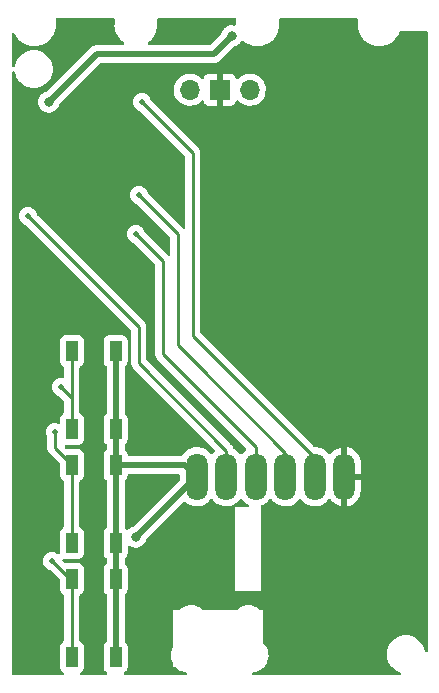
<source format=gbr>
%TF.GenerationSoftware,KiCad,Pcbnew,(6.0.5)*%
%TF.CreationDate,2023-02-05T19:42:52+01:00*%
%TF.ProjectId,PicoMemcard-pico,5069636f-4d65-46d6-9361-72642d706963,1.1.2*%
%TF.SameCoordinates,Original*%
%TF.FileFunction,Copper,L2,Bot*%
%TF.FilePolarity,Positive*%
%FSLAX46Y46*%
G04 Gerber Fmt 4.6, Leading zero omitted, Abs format (unit mm)*
G04 Created by KiCad (PCBNEW (6.0.5)) date 2023-02-05 19:42:52*
%MOMM*%
%LPD*%
G01*
G04 APERTURE LIST*
%TA.AperFunction,ComponentPad*%
%ADD10O,1.700000X1.700000*%
%TD*%
%TA.AperFunction,ComponentPad*%
%ADD11R,1.700000X1.700000*%
%TD*%
%TA.AperFunction,SMDPad,CuDef*%
%ADD12O,1.800000X4.000000*%
%TD*%
%TA.AperFunction,SMDPad,CuDef*%
%ADD13R,1.000000X1.700000*%
%TD*%
%TA.AperFunction,ViaPad*%
%ADD14C,0.500000*%
%TD*%
%TA.AperFunction,ViaPad*%
%ADD15C,0.800000*%
%TD*%
%TA.AperFunction,Conductor*%
%ADD16C,0.500000*%
%TD*%
%TA.AperFunction,Conductor*%
%ADD17C,0.254000*%
%TD*%
G04 APERTURE END LIST*
D10*
%TO.P,U1,41,SWCLK*%
%TO.N,unconnected-(U1-Pad41)*%
X151638000Y-77192000D03*
D11*
%TO.P,U1,42,GND*%
%TO.N,GND*%
X149098000Y-77192000D03*
D10*
%TO.P,U1,43,SWDIO*%
%TO.N,unconnected-(U1-Pad43)*%
X146558000Y-77192000D03*
%TD*%
D12*
%TO.P,J2,1,Pin_1*%
%TO.N,+3V3*%
X147150000Y-109948000D03*
%TO.P,J2,2,Pin_2*%
%TO.N,CS*%
X149650000Y-109948000D03*
%TO.P,J2,3,Pin_3*%
%TO.N,MOSI*%
X152150000Y-109948000D03*
%TO.P,J2,4,Pin_4*%
%TO.N,SCK*%
X154650000Y-109948000D03*
%TO.P,J2,5,Pin_5*%
%TO.N,MISO*%
X157150000Y-109948000D03*
%TO.P,J2,6,Pin_6*%
%TO.N,GND*%
X159650000Y-109948000D03*
%TD*%
D13*
%TO.P,1,1,A*%
%TO.N,+3V3*%
X140280000Y-105916000D03*
%TO.P,1,2,B*%
X140280000Y-99316000D03*
%TO.P,1,3,C*%
%TO.N,GP26*%
X136580000Y-105916000D03*
%TO.P,1,4,D*%
X136580000Y-99316000D03*
%TD*%
%TO.P,2,1,A*%
%TO.N,+3V3*%
X140280000Y-115568000D03*
%TO.P,2,2,B*%
X140280000Y-108968000D03*
%TO.P,2,3,C*%
%TO.N,GP27*%
X136580000Y-115568000D03*
%TO.P,2,4,D*%
X136580000Y-108968000D03*
%TD*%
%TO.P,3,1,A*%
%TO.N,+3V3*%
X140280000Y-125220000D03*
%TO.P,3,2,B*%
X140280000Y-118620000D03*
%TO.P,3,3,C*%
%TO.N,GP28*%
X136580000Y-125220000D03*
%TO.P,3,4,D*%
X136580000Y-118620000D03*
%TD*%
D14*
%TO.N,GND*%
X154940000Y-115570000D03*
X152654000Y-80772000D03*
X152654000Y-89662000D03*
X144780000Y-72898000D03*
X154432000Y-124714000D03*
X162560000Y-100330000D03*
X148082000Y-115316000D03*
X136398000Y-73406000D03*
X162560000Y-115824000D03*
X134366000Y-92710000D03*
X134366000Y-80772000D03*
X135128000Y-85598000D03*
X162814000Y-81026000D03*
X142494000Y-110998000D03*
X133604000Y-110490000D03*
X152654000Y-100076000D03*
X134366000Y-124714000D03*
X142494000Y-123698000D03*
X144526000Y-75692000D03*
X134620000Y-119888000D03*
X144018000Y-104648000D03*
D15*
%TO.N,+5V*%
X134620000Y-78232000D03*
X150114000Y-72644000D03*
%TO.N,+3V3*%
X141986000Y-115062000D03*
D14*
%TO.N,CS*%
X132842000Y-87884000D03*
%TO.N,MOSI*%
X141986000Y-89408000D03*
%TO.N,SCK*%
X142240000Y-86106000D03*
%TO.N,MISO*%
X142494000Y-78232000D03*
%TO.N,GP26*%
X135636000Y-102362000D03*
%TO.N,GP27*%
X135128000Y-106172000D03*
%TO.N,GP28*%
X134874000Y-117094000D03*
%TD*%
D16*
%TO.N,+5V*%
X150114000Y-72644000D02*
X148590000Y-74168000D01*
X148590000Y-74168000D02*
X138684000Y-74168000D01*
X138684000Y-74168000D02*
X134620000Y-78232000D01*
%TO.N,+3V3*%
X147150000Y-109948000D02*
X147100000Y-109948000D01*
X140280000Y-108968000D02*
X140280000Y-115568000D01*
X140280000Y-118620000D02*
X140280000Y-115568000D01*
X140280000Y-99316000D02*
X140280000Y-105916000D01*
X140280000Y-108968000D02*
X140280000Y-105916000D01*
X146170000Y-108968000D02*
X147150000Y-109948000D01*
X140280000Y-108968000D02*
X146170000Y-108968000D01*
X147100000Y-109948000D02*
X141986000Y-115062000D01*
X140280000Y-125220000D02*
X140280000Y-118620000D01*
D17*
%TO.N,CS*%
X142240000Y-97282000D02*
X132842000Y-87884000D01*
X142240000Y-100330000D02*
X142240000Y-97282000D01*
X149650000Y-107740000D02*
X142240000Y-100330000D01*
X149650000Y-109948000D02*
X149650000Y-107740000D01*
%TO.N,MOSI*%
X144272000Y-99568000D02*
X144272000Y-91694000D01*
X152150000Y-109948000D02*
X152150000Y-107446000D01*
X152150000Y-107446000D02*
X144272000Y-99568000D01*
X144272000Y-91694000D02*
X141986000Y-89408000D01*
%TO.N,SCK*%
X145542000Y-89408000D02*
X142240000Y-86106000D01*
X154650000Y-107914000D02*
X147066000Y-100330000D01*
X145542000Y-89662000D02*
X145542000Y-89408000D01*
X154650000Y-109948000D02*
X154650000Y-107914000D01*
X145542000Y-98806000D02*
X145542000Y-89662000D01*
X147066000Y-100330000D02*
X145542000Y-98806000D01*
%TO.N,MISO*%
X146812000Y-82550000D02*
X142494000Y-78232000D01*
X146812000Y-83312000D02*
X146812000Y-82550000D01*
X147066000Y-98298000D02*
X146812000Y-98044000D01*
X157150000Y-108382000D02*
X147066000Y-98298000D01*
X157150000Y-109948000D02*
X157150000Y-108382000D01*
X146812000Y-98044000D02*
X146812000Y-83312000D01*
%TO.N,GP26*%
X136580000Y-105916000D02*
X136580000Y-99316000D01*
X136580000Y-105916000D02*
X136580000Y-103306000D01*
X136580000Y-103306000D02*
X135636000Y-102362000D01*
%TO.N,GP27*%
X136580000Y-115568000D02*
X136580000Y-108968000D01*
X136580000Y-108968000D02*
X135128000Y-107516000D01*
X135128000Y-107516000D02*
X135128000Y-106172000D01*
%TO.N,GP28*%
X136400000Y-118620000D02*
X134874000Y-117094000D01*
X136580000Y-118620000D02*
X136400000Y-118620000D01*
X136580000Y-125220000D02*
X136580000Y-118620000D01*
%TD*%
%TA.AperFunction,Conductor*%
%TO.N,GND*%
G36*
X137543613Y-71103617D02*
G01*
X140065889Y-71104990D01*
X140133996Y-71125028D01*
X140180460Y-71178709D01*
X140191818Y-71230989D01*
X140191818Y-71651255D01*
X140190318Y-71670640D01*
X140186627Y-71694346D01*
X140187448Y-71700622D01*
X140187198Y-71700622D01*
X140205653Y-71958656D01*
X140206609Y-71963050D01*
X140259473Y-72206061D01*
X140260642Y-72211437D01*
X140262209Y-72215639D01*
X140262211Y-72215645D01*
X140290065Y-72290323D01*
X140351046Y-72453819D01*
X140353197Y-72457759D01*
X140353201Y-72457767D01*
X140376673Y-72500752D01*
X140475024Y-72680869D01*
X140630053Y-72887963D01*
X140812977Y-73070887D01*
X140816580Y-73073584D01*
X140816581Y-73073585D01*
X140962250Y-73182632D01*
X141004797Y-73239468D01*
X141009861Y-73310284D01*
X140975836Y-73372596D01*
X140913524Y-73406621D01*
X140886741Y-73409500D01*
X138751070Y-73409500D01*
X138732120Y-73408067D01*
X138717885Y-73405901D01*
X138717881Y-73405901D01*
X138710651Y-73404801D01*
X138703359Y-73405394D01*
X138703356Y-73405394D01*
X138657982Y-73409085D01*
X138647767Y-73409500D01*
X138639707Y-73409500D01*
X138636073Y-73409924D01*
X138636067Y-73409924D01*
X138623042Y-73411443D01*
X138611480Y-73412791D01*
X138607132Y-73413221D01*
X138534364Y-73419140D01*
X138527403Y-73421395D01*
X138521463Y-73422582D01*
X138515588Y-73423971D01*
X138508319Y-73424818D01*
X138439670Y-73449736D01*
X138435542Y-73451153D01*
X138373064Y-73471393D01*
X138373062Y-73471394D01*
X138366101Y-73473649D01*
X138359846Y-73477445D01*
X138354372Y-73479951D01*
X138348942Y-73482670D01*
X138342063Y-73485167D01*
X138335943Y-73489180D01*
X138335942Y-73489180D01*
X138281024Y-73525186D01*
X138277320Y-73527523D01*
X138214893Y-73565405D01*
X138206516Y-73572803D01*
X138206492Y-73572776D01*
X138203500Y-73575429D01*
X138200267Y-73578132D01*
X138194148Y-73582144D01*
X138189116Y-73587456D01*
X138140872Y-73638383D01*
X138138494Y-73640825D01*
X134463669Y-77315650D01*
X134400772Y-77349801D01*
X134344176Y-77361831D01*
X134344167Y-77361834D01*
X134337712Y-77363206D01*
X134331682Y-77365891D01*
X134331681Y-77365891D01*
X134169278Y-77438197D01*
X134169276Y-77438198D01*
X134163248Y-77440882D01*
X134157907Y-77444762D01*
X134157906Y-77444763D01*
X134116373Y-77474939D01*
X134008747Y-77553134D01*
X134004326Y-77558044D01*
X134004325Y-77558045D01*
X133886542Y-77688857D01*
X133880960Y-77695056D01*
X133785473Y-77860444D01*
X133726458Y-78042072D01*
X133725768Y-78048633D01*
X133725768Y-78048635D01*
X133718878Y-78114188D01*
X133706496Y-78232000D01*
X133707186Y-78238565D01*
X133720254Y-78362896D01*
X133726458Y-78421928D01*
X133785473Y-78603556D01*
X133880960Y-78768944D01*
X133885378Y-78773851D01*
X133885379Y-78773852D01*
X134004325Y-78905955D01*
X134008747Y-78910866D01*
X134163248Y-79023118D01*
X134169276Y-79025802D01*
X134169278Y-79025803D01*
X134331681Y-79098109D01*
X134337712Y-79100794D01*
X134431113Y-79120647D01*
X134518056Y-79139128D01*
X134518061Y-79139128D01*
X134524513Y-79140500D01*
X134715487Y-79140500D01*
X134721939Y-79139128D01*
X134721944Y-79139128D01*
X134808887Y-79120647D01*
X134902288Y-79100794D01*
X134908319Y-79098109D01*
X135070722Y-79025803D01*
X135070724Y-79025802D01*
X135076752Y-79023118D01*
X135231253Y-78910866D01*
X135235675Y-78905955D01*
X135354621Y-78773852D01*
X135354622Y-78773851D01*
X135359040Y-78768944D01*
X135454527Y-78603556D01*
X135509387Y-78434714D01*
X135540125Y-78384556D01*
X136765986Y-77158695D01*
X145195251Y-77158695D01*
X145195548Y-77163848D01*
X145195548Y-77163851D01*
X145207043Y-77363206D01*
X145208110Y-77381715D01*
X145209247Y-77386761D01*
X145209248Y-77386767D01*
X145227906Y-77469554D01*
X145257222Y-77599639D01*
X145341266Y-77806616D01*
X145457987Y-77997088D01*
X145604250Y-78165938D01*
X145776126Y-78308632D01*
X145969000Y-78421338D01*
X146177692Y-78501030D01*
X146182760Y-78502061D01*
X146182763Y-78502062D01*
X146290017Y-78523883D01*
X146396597Y-78545567D01*
X146401772Y-78545757D01*
X146401774Y-78545757D01*
X146614673Y-78553564D01*
X146614677Y-78553564D01*
X146619837Y-78553753D01*
X146624957Y-78553097D01*
X146624959Y-78553097D01*
X146836288Y-78526025D01*
X146836289Y-78526025D01*
X146841416Y-78525368D01*
X146846366Y-78523883D01*
X147050429Y-78462661D01*
X147050434Y-78462659D01*
X147055384Y-78461174D01*
X147255994Y-78362896D01*
X147437860Y-78233173D01*
X147449732Y-78221343D01*
X147546479Y-78124933D01*
X147608851Y-78091017D01*
X147679658Y-78096205D01*
X147736419Y-78138851D01*
X147753401Y-78169954D01*
X147794676Y-78280054D01*
X147803214Y-78295649D01*
X147879715Y-78397724D01*
X147892276Y-78410285D01*
X147994351Y-78486786D01*
X148009946Y-78495324D01*
X148130394Y-78540478D01*
X148145649Y-78544105D01*
X148196514Y-78549631D01*
X148203328Y-78550000D01*
X148825885Y-78550000D01*
X148841124Y-78545525D01*
X148842329Y-78544135D01*
X148844000Y-78536452D01*
X148844000Y-78531884D01*
X149352000Y-78531884D01*
X149356475Y-78547123D01*
X149357865Y-78548328D01*
X149365548Y-78549999D01*
X149992669Y-78549999D01*
X149999490Y-78549629D01*
X150050352Y-78544105D01*
X150065604Y-78540479D01*
X150186054Y-78495324D01*
X150201649Y-78486786D01*
X150303724Y-78410285D01*
X150316285Y-78397724D01*
X150392786Y-78295649D01*
X150401324Y-78280054D01*
X150442225Y-78170952D01*
X150484867Y-78114188D01*
X150551428Y-78089488D01*
X150620777Y-78104696D01*
X150655444Y-78132684D01*
X150680865Y-78162031D01*
X150680869Y-78162035D01*
X150684250Y-78165938D01*
X150856126Y-78308632D01*
X151049000Y-78421338D01*
X151257692Y-78501030D01*
X151262760Y-78502061D01*
X151262763Y-78502062D01*
X151370017Y-78523883D01*
X151476597Y-78545567D01*
X151481772Y-78545757D01*
X151481774Y-78545757D01*
X151694673Y-78553564D01*
X151694677Y-78553564D01*
X151699837Y-78553753D01*
X151704957Y-78553097D01*
X151704959Y-78553097D01*
X151916288Y-78526025D01*
X151916289Y-78526025D01*
X151921416Y-78525368D01*
X151926366Y-78523883D01*
X152130429Y-78462661D01*
X152130434Y-78462659D01*
X152135384Y-78461174D01*
X152335994Y-78362896D01*
X152517860Y-78233173D01*
X152529732Y-78221343D01*
X152626479Y-78124933D01*
X152676096Y-78075489D01*
X152695393Y-78048635D01*
X152803435Y-77898277D01*
X152806453Y-77894077D01*
X152810106Y-77886687D01*
X152903136Y-77698453D01*
X152903137Y-77698451D01*
X152905430Y-77693811D01*
X152949351Y-77549251D01*
X152968865Y-77485023D01*
X152968865Y-77485021D01*
X152970370Y-77480069D01*
X152999529Y-77258590D01*
X153001156Y-77192000D01*
X152982852Y-76969361D01*
X152928431Y-76752702D01*
X152839354Y-76547840D01*
X152718014Y-76360277D01*
X152567670Y-76195051D01*
X152563619Y-76191852D01*
X152563615Y-76191848D01*
X152396414Y-76059800D01*
X152396410Y-76059798D01*
X152392359Y-76056598D01*
X152196789Y-75948638D01*
X152191920Y-75946914D01*
X152191916Y-75946912D01*
X151991087Y-75875795D01*
X151991083Y-75875794D01*
X151986212Y-75874069D01*
X151981119Y-75873162D01*
X151981116Y-75873161D01*
X151771373Y-75835800D01*
X151771367Y-75835799D01*
X151766284Y-75834894D01*
X151692452Y-75833992D01*
X151548081Y-75832228D01*
X151548079Y-75832228D01*
X151542911Y-75832165D01*
X151322091Y-75865955D01*
X151109756Y-75935357D01*
X150911607Y-76038507D01*
X150907474Y-76041610D01*
X150907471Y-76041612D01*
X150737100Y-76169530D01*
X150732965Y-76172635D01*
X150729393Y-76176373D01*
X150651898Y-76257466D01*
X150590374Y-76292895D01*
X150519462Y-76289438D01*
X150461676Y-76248192D01*
X150442823Y-76214644D01*
X150401324Y-76103946D01*
X150392786Y-76088351D01*
X150316285Y-75986276D01*
X150303724Y-75973715D01*
X150201649Y-75897214D01*
X150186054Y-75888676D01*
X150065606Y-75843522D01*
X150050351Y-75839895D01*
X149999486Y-75834369D01*
X149992672Y-75834000D01*
X149370115Y-75834000D01*
X149354876Y-75838475D01*
X149353671Y-75839865D01*
X149352000Y-75847548D01*
X149352000Y-78531884D01*
X148844000Y-78531884D01*
X148844000Y-75852116D01*
X148839525Y-75836877D01*
X148838135Y-75835672D01*
X148830452Y-75834001D01*
X148203331Y-75834001D01*
X148196510Y-75834371D01*
X148145648Y-75839895D01*
X148130396Y-75843521D01*
X148009946Y-75888676D01*
X147994351Y-75897214D01*
X147892276Y-75973715D01*
X147879715Y-75986276D01*
X147803214Y-76088351D01*
X147794676Y-76103946D01*
X147753297Y-76214322D01*
X147710655Y-76271087D01*
X147644093Y-76295786D01*
X147574744Y-76280578D01*
X147542121Y-76254891D01*
X147491151Y-76198876D01*
X147491145Y-76198870D01*
X147487670Y-76195051D01*
X147483619Y-76191852D01*
X147483615Y-76191848D01*
X147316414Y-76059800D01*
X147316410Y-76059798D01*
X147312359Y-76056598D01*
X147116789Y-75948638D01*
X147111920Y-75946914D01*
X147111916Y-75946912D01*
X146911087Y-75875795D01*
X146911083Y-75875794D01*
X146906212Y-75874069D01*
X146901119Y-75873162D01*
X146901116Y-75873161D01*
X146691373Y-75835800D01*
X146691367Y-75835799D01*
X146686284Y-75834894D01*
X146612452Y-75833992D01*
X146468081Y-75832228D01*
X146468079Y-75832228D01*
X146462911Y-75832165D01*
X146242091Y-75865955D01*
X146029756Y-75935357D01*
X145831607Y-76038507D01*
X145827474Y-76041610D01*
X145827471Y-76041612D01*
X145657100Y-76169530D01*
X145652965Y-76172635D01*
X145498629Y-76334138D01*
X145372743Y-76518680D01*
X145278688Y-76721305D01*
X145218989Y-76936570D01*
X145195251Y-77158695D01*
X136765986Y-77158695D01*
X138961276Y-74963405D01*
X139023588Y-74929379D01*
X139050371Y-74926500D01*
X148522930Y-74926500D01*
X148541880Y-74927933D01*
X148556115Y-74930099D01*
X148556119Y-74930099D01*
X148563349Y-74931199D01*
X148570641Y-74930606D01*
X148570644Y-74930606D01*
X148616018Y-74926915D01*
X148626233Y-74926500D01*
X148634293Y-74926500D01*
X148647583Y-74924951D01*
X148662507Y-74923211D01*
X148666882Y-74922778D01*
X148732339Y-74917454D01*
X148732342Y-74917453D01*
X148739637Y-74916860D01*
X148746601Y-74914604D01*
X148752560Y-74913413D01*
X148758415Y-74912029D01*
X148765681Y-74911182D01*
X148834327Y-74886265D01*
X148838455Y-74884848D01*
X148900936Y-74864607D01*
X148900938Y-74864606D01*
X148907899Y-74862351D01*
X148914154Y-74858555D01*
X148919628Y-74856049D01*
X148925058Y-74853330D01*
X148931937Y-74850833D01*
X148992976Y-74810814D01*
X148996680Y-74808477D01*
X149059107Y-74770595D01*
X149067484Y-74763197D01*
X149067508Y-74763224D01*
X149070500Y-74760571D01*
X149073733Y-74757868D01*
X149079852Y-74753856D01*
X149133128Y-74697617D01*
X149135506Y-74695175D01*
X150270331Y-73560350D01*
X150333228Y-73526199D01*
X150389824Y-73514169D01*
X150389833Y-73514166D01*
X150396288Y-73512794D01*
X150436331Y-73494966D01*
X150564722Y-73437803D01*
X150564724Y-73437802D01*
X150570752Y-73435118D01*
X150587064Y-73423267D01*
X150686114Y-73351302D01*
X150725253Y-73322866D01*
X150814979Y-73223215D01*
X150848621Y-73185852D01*
X150848622Y-73185851D01*
X150853040Y-73180944D01*
X150906366Y-73088581D01*
X150957746Y-73039590D01*
X151027459Y-73026153D01*
X151093371Y-73052540D01*
X151104578Y-73062488D01*
X151112977Y-73070887D01*
X151320071Y-73225916D01*
X151324025Y-73228075D01*
X151543173Y-73347739D01*
X151543181Y-73347743D01*
X151547121Y-73349894D01*
X151551333Y-73351465D01*
X151785295Y-73438729D01*
X151785301Y-73438731D01*
X151789503Y-73440298D01*
X151793889Y-73441252D01*
X151793892Y-73441253D01*
X151932445Y-73471393D01*
X152042284Y-73495287D01*
X152300318Y-73513742D01*
X152304806Y-73513421D01*
X152305967Y-73513338D01*
X152558352Y-73495287D01*
X152668191Y-73471393D01*
X152806744Y-73441253D01*
X152806747Y-73441252D01*
X152811133Y-73440298D01*
X152815335Y-73438731D01*
X152815341Y-73438729D01*
X153049303Y-73351465D01*
X153053515Y-73349894D01*
X153057455Y-73347743D01*
X153057463Y-73347739D01*
X153276611Y-73228075D01*
X153280565Y-73225916D01*
X153487659Y-73070887D01*
X153670583Y-72887963D01*
X153825612Y-72680869D01*
X153923963Y-72500752D01*
X153947435Y-72457767D01*
X153947439Y-72457759D01*
X153949590Y-72453819D01*
X154010571Y-72290323D01*
X154038425Y-72215645D01*
X154038427Y-72215639D01*
X154039994Y-72211437D01*
X154041164Y-72206061D01*
X154094027Y-71963050D01*
X154094983Y-71958656D01*
X154111110Y-71733166D01*
X154112536Y-71721251D01*
X154113087Y-71717977D01*
X154113088Y-71717963D01*
X154113894Y-71713174D01*
X154114047Y-71700622D01*
X154113358Y-71695810D01*
X154113357Y-71695796D01*
X154110087Y-71672965D01*
X154108814Y-71655113D01*
X154108776Y-71238714D01*
X154128772Y-71170592D01*
X154182423Y-71124094D01*
X154234845Y-71112703D01*
X159385594Y-71115506D01*
X160665889Y-71116203D01*
X160733996Y-71136242D01*
X160780460Y-71189923D01*
X160791818Y-71242203D01*
X160791818Y-71647475D01*
X160790079Y-71668339D01*
X160786738Y-71688237D01*
X160786589Y-71700789D01*
X160787281Y-71705611D01*
X160787350Y-71706665D01*
X160788055Y-71713226D01*
X160793848Y-71793848D01*
X160805367Y-71954168D01*
X160805701Y-71958819D01*
X160860773Y-72211584D01*
X160890170Y-72290323D01*
X160949639Y-72449607D01*
X160951256Y-72453939D01*
X161075309Y-72680950D01*
X161078006Y-72684550D01*
X161227682Y-72884359D01*
X161230406Y-72887996D01*
X161413390Y-73070862D01*
X161416994Y-73073558D01*
X161616931Y-73223128D01*
X161616937Y-73223132D01*
X161620537Y-73225825D01*
X161624488Y-73227981D01*
X161624490Y-73227982D01*
X161645541Y-73239468D01*
X161847628Y-73349731D01*
X161851843Y-73351302D01*
X161851844Y-73351302D01*
X162085824Y-73438487D01*
X162085828Y-73438488D01*
X162090041Y-73440058D01*
X162342842Y-73494966D01*
X162347328Y-73495285D01*
X162347332Y-73495286D01*
X162449330Y-73502548D01*
X162600884Y-73513338D01*
X162605366Y-73513016D01*
X162605373Y-73513016D01*
X162854425Y-73495123D01*
X162854432Y-73495122D01*
X162858914Y-73494800D01*
X163111680Y-73439729D01*
X163291496Y-73372595D01*
X163349820Y-73350820D01*
X163349824Y-73350818D01*
X163354035Y-73349246D01*
X163581047Y-73225194D01*
X163788093Y-73070097D01*
X163970959Y-72887113D01*
X164125923Y-72679967D01*
X164249830Y-72452876D01*
X164274719Y-72386081D01*
X164310400Y-72290323D01*
X164352929Y-72233474D01*
X164419441Y-72208642D01*
X164428478Y-72208318D01*
X166565484Y-72208458D01*
X166633604Y-72228465D01*
X166680093Y-72282123D01*
X166691476Y-72334463D01*
X166690303Y-104948285D01*
X166689603Y-124428868D01*
X166689593Y-124695436D01*
X166669588Y-124763556D01*
X166615931Y-124810047D01*
X166545657Y-124820148D01*
X166481077Y-124790652D01*
X166442696Y-124730925D01*
X166439804Y-124718073D01*
X166439609Y-124715597D01*
X166380505Y-124469409D01*
X166378611Y-124464836D01*
X166285511Y-124240072D01*
X166285509Y-124240068D01*
X166283616Y-124235498D01*
X166151328Y-124019624D01*
X165986898Y-123827102D01*
X165794376Y-123662672D01*
X165578502Y-123530384D01*
X165573932Y-123528491D01*
X165573928Y-123528489D01*
X165349164Y-123435389D01*
X165349162Y-123435388D01*
X165344591Y-123433495D01*
X165259968Y-123413179D01*
X165103216Y-123375546D01*
X165103210Y-123375545D01*
X165098403Y-123374391D01*
X164998584Y-123366535D01*
X164911655Y-123359693D01*
X164911648Y-123359693D01*
X164909199Y-123359500D01*
X164782801Y-123359500D01*
X164780352Y-123359693D01*
X164780345Y-123359693D01*
X164693416Y-123366535D01*
X164593597Y-123374391D01*
X164588790Y-123375545D01*
X164588784Y-123375546D01*
X164432032Y-123413179D01*
X164347409Y-123433495D01*
X164342838Y-123435388D01*
X164342836Y-123435389D01*
X164118072Y-123528489D01*
X164118068Y-123528491D01*
X164113498Y-123530384D01*
X163897624Y-123662672D01*
X163705102Y-123827102D01*
X163540672Y-124019624D01*
X163408384Y-124235498D01*
X163406491Y-124240068D01*
X163406489Y-124240072D01*
X163313389Y-124464836D01*
X163311495Y-124469409D01*
X163252391Y-124715597D01*
X163232526Y-124968000D01*
X163252391Y-125220403D01*
X163253545Y-125225210D01*
X163253546Y-125225216D01*
X163291179Y-125381968D01*
X163311495Y-125466591D01*
X163313388Y-125471162D01*
X163313389Y-125471164D01*
X163369791Y-125607329D01*
X163408384Y-125700502D01*
X163540672Y-125916376D01*
X163705102Y-126108898D01*
X163897624Y-126273328D01*
X164113498Y-126405616D01*
X164118068Y-126407509D01*
X164118072Y-126407511D01*
X164347409Y-126502505D01*
X164346675Y-126504276D01*
X164398543Y-126539749D01*
X164426174Y-126605148D01*
X164414061Y-126675103D01*
X164366051Y-126727406D01*
X164300994Y-126745500D01*
X151976118Y-126745500D01*
X151907997Y-126725498D01*
X151861504Y-126671842D01*
X151851400Y-126601568D01*
X151880894Y-126536988D01*
X151940620Y-126498604D01*
X151960108Y-126494521D01*
X151961404Y-126494355D01*
X152116847Y-126474442D01*
X152121795Y-126472957D01*
X152121802Y-126472956D01*
X152333747Y-126409369D01*
X152338690Y-126407886D01*
X152343324Y-126405616D01*
X152542049Y-126308262D01*
X152542052Y-126308260D01*
X152546684Y-126305991D01*
X152735243Y-126171494D01*
X152899303Y-126008005D01*
X153034458Y-125819917D01*
X153081641Y-125724450D01*
X153134784Y-125616922D01*
X153134785Y-125616920D01*
X153137078Y-125612280D01*
X153204408Y-125390671D01*
X153234640Y-125161041D01*
X153236327Y-125092000D01*
X153225727Y-124963070D01*
X153217773Y-124866318D01*
X153217772Y-124866312D01*
X153217349Y-124861167D01*
X153182024Y-124720531D01*
X153162184Y-124641544D01*
X153162183Y-124641540D01*
X153160925Y-124636533D01*
X153158866Y-124631797D01*
X153070630Y-124428868D01*
X153070628Y-124428865D01*
X153068570Y-124424131D01*
X152942764Y-124229665D01*
X152800805Y-124073653D01*
X152769754Y-124009810D01*
X152768000Y-123988856D01*
X152768000Y-122276761D01*
X152768479Y-122265780D01*
X152785828Y-122067475D01*
X152786307Y-122062000D01*
X152768479Y-121858220D01*
X152768000Y-121847239D01*
X152768000Y-121234000D01*
X152526977Y-121234000D01*
X152458856Y-121213998D01*
X152437882Y-121197095D01*
X152335038Y-121094251D01*
X152154654Y-120967944D01*
X151955076Y-120874880D01*
X151742371Y-120817885D01*
X151523000Y-120798693D01*
X151303629Y-120817885D01*
X151090924Y-120874880D01*
X150997562Y-120918415D01*
X150896334Y-120965618D01*
X150896329Y-120965621D01*
X150891347Y-120967944D01*
X150886840Y-120971100D01*
X150886838Y-120971101D01*
X150715473Y-121091092D01*
X150715470Y-121091094D01*
X150710962Y-121094251D01*
X150608118Y-121197095D01*
X150545806Y-121231121D01*
X150519023Y-121234000D01*
X147676977Y-121234000D01*
X147608856Y-121213998D01*
X147587882Y-121197095D01*
X147485038Y-121094251D01*
X147304654Y-120967944D01*
X147105076Y-120874880D01*
X146892371Y-120817885D01*
X146673000Y-120798693D01*
X146453629Y-120817885D01*
X146240924Y-120874880D01*
X146147562Y-120918415D01*
X146046334Y-120965618D01*
X146046329Y-120965621D01*
X146041347Y-120967944D01*
X146036840Y-120971100D01*
X146036838Y-120971101D01*
X145865473Y-121091092D01*
X145865470Y-121091094D01*
X145860962Y-121094251D01*
X145758118Y-121197095D01*
X145695806Y-121231121D01*
X145669023Y-121234000D01*
X145168000Y-121234000D01*
X145168000Y-124320008D01*
X145148151Y-124384319D01*
X145149586Y-124385134D01*
X145147035Y-124389625D01*
X145144119Y-124393899D01*
X145046602Y-124603981D01*
X144984707Y-124827169D01*
X144960095Y-125057469D01*
X144960392Y-125062622D01*
X144960392Y-125062625D01*
X144966067Y-125161041D01*
X144973427Y-125288697D01*
X144974564Y-125293743D01*
X144974565Y-125293749D01*
X145006741Y-125436523D01*
X145024346Y-125514642D01*
X145026288Y-125519424D01*
X145026289Y-125519428D01*
X145099816Y-125700502D01*
X145111484Y-125729237D01*
X145114183Y-125733641D01*
X145149433Y-125791164D01*
X145168000Y-125856999D01*
X145168000Y-126034000D01*
X145267876Y-126034000D01*
X145335997Y-126054002D01*
X145363113Y-126077502D01*
X145380761Y-126097876D01*
X145380766Y-126097881D01*
X145384147Y-126101784D01*
X145562349Y-126249730D01*
X145762322Y-126366584D01*
X145978694Y-126449209D01*
X145983760Y-126450240D01*
X145983761Y-126450240D01*
X146036846Y-126461040D01*
X146205656Y-126495385D01*
X146205458Y-126496357D01*
X146266126Y-126522310D01*
X146305942Y-126581091D01*
X146307658Y-126652067D01*
X146270728Y-126712703D01*
X146206879Y-126743748D01*
X146185939Y-126745500D01*
X141104860Y-126745500D01*
X141036739Y-126725498D01*
X140990246Y-126671842D01*
X140980142Y-126601568D01*
X141009636Y-126536988D01*
X141029295Y-126518674D01*
X141136080Y-126438643D01*
X141136081Y-126438642D01*
X141143261Y-126433261D01*
X141230615Y-126316705D01*
X141281745Y-126180316D01*
X141288500Y-126118134D01*
X141288500Y-124321866D01*
X141281745Y-124259684D01*
X141230615Y-124123295D01*
X141143261Y-124006739D01*
X141088935Y-123966024D01*
X141046420Y-123909165D01*
X141038500Y-123865198D01*
X141038500Y-119974802D01*
X141058502Y-119906681D01*
X141088935Y-119873976D01*
X141136081Y-119838642D01*
X141143261Y-119833261D01*
X141230615Y-119716705D01*
X141281745Y-119580316D01*
X141288500Y-119518134D01*
X141288500Y-117721866D01*
X141281745Y-117659684D01*
X141230615Y-117523295D01*
X141143261Y-117406739D01*
X141088935Y-117366024D01*
X141046420Y-117309165D01*
X141038500Y-117265198D01*
X141038500Y-116922802D01*
X141058502Y-116854681D01*
X141088935Y-116821976D01*
X141136081Y-116786642D01*
X141143261Y-116781261D01*
X141230615Y-116664705D01*
X141281745Y-116528316D01*
X141288500Y-116466134D01*
X141288500Y-115925493D01*
X141308502Y-115857372D01*
X141362158Y-115810879D01*
X141432432Y-115800775D01*
X141488561Y-115823557D01*
X141529248Y-115853118D01*
X141535276Y-115855802D01*
X141535278Y-115855803D01*
X141697681Y-115928109D01*
X141703712Y-115930794D01*
X141797112Y-115950647D01*
X141884056Y-115969128D01*
X141884061Y-115969128D01*
X141890513Y-115970500D01*
X142081487Y-115970500D01*
X142087939Y-115969128D01*
X142087944Y-115969128D01*
X142174888Y-115950647D01*
X142268288Y-115930794D01*
X142274319Y-115928109D01*
X142436722Y-115855803D01*
X142436724Y-115855802D01*
X142442752Y-115853118D01*
X142597253Y-115740866D01*
X142725040Y-115598944D01*
X142820527Y-115433556D01*
X142875387Y-115264714D01*
X142906125Y-115214556D01*
X146024774Y-112095907D01*
X146087086Y-112061881D01*
X146157901Y-112066946D01*
X146205037Y-112098028D01*
X146213326Y-112106718D01*
X146405100Y-112249402D01*
X146409851Y-112251818D01*
X146409855Y-112251820D01*
X146613414Y-112355314D01*
X146618172Y-112357733D01*
X146732062Y-112393097D01*
X146841349Y-112427032D01*
X146841355Y-112427033D01*
X146846452Y-112428616D01*
X146973883Y-112445506D01*
X147078127Y-112459323D01*
X147078131Y-112459323D01*
X147083411Y-112460023D01*
X147088740Y-112459823D01*
X147088741Y-112459823D01*
X147186509Y-112456152D01*
X147322274Y-112451055D01*
X147422126Y-112430104D01*
X147550984Y-112403067D01*
X147550987Y-112403066D01*
X147556211Y-112401970D01*
X147778533Y-112314171D01*
X147982883Y-112190168D01*
X148089063Y-112098030D01*
X148159386Y-112037007D01*
X148159388Y-112037005D01*
X148163419Y-112033507D01*
X148202715Y-111985582D01*
X148304284Y-111861710D01*
X148362944Y-111821715D01*
X148433914Y-111819784D01*
X148494662Y-111856528D01*
X148506238Y-111871234D01*
X148545148Y-111929029D01*
X148548334Y-111933762D01*
X148713326Y-112106718D01*
X148905100Y-112249402D01*
X148909851Y-112251818D01*
X148909855Y-112251820D01*
X149113414Y-112355314D01*
X149118172Y-112357733D01*
X149232062Y-112393097D01*
X149341349Y-112427032D01*
X149341355Y-112427033D01*
X149346452Y-112428616D01*
X149473883Y-112445506D01*
X149578127Y-112459323D01*
X149578131Y-112459323D01*
X149583411Y-112460023D01*
X149588740Y-112459823D01*
X149588741Y-112459823D01*
X149686509Y-112456152D01*
X149822274Y-112451055D01*
X149922126Y-112430104D01*
X150050984Y-112403067D01*
X150050987Y-112403066D01*
X150056211Y-112401970D01*
X150236201Y-112330889D01*
X150276973Y-112327188D01*
X150300288Y-112300970D01*
X150478323Y-112192935D01*
X150482883Y-112190168D01*
X150589063Y-112098030D01*
X150659386Y-112037007D01*
X150659388Y-112037005D01*
X150663419Y-112033507D01*
X150702715Y-111985582D01*
X150804284Y-111861710D01*
X150862944Y-111821715D01*
X150933914Y-111819784D01*
X150994662Y-111856528D01*
X151006238Y-111871234D01*
X151045148Y-111929029D01*
X151048334Y-111933762D01*
X151213326Y-112106718D01*
X151405100Y-112249402D01*
X151409851Y-112251818D01*
X151409855Y-112251820D01*
X151496128Y-112295683D01*
X151547786Y-112344386D01*
X151564912Y-112413286D01*
X151542070Y-112480508D01*
X151486511Y-112524709D01*
X151439023Y-112534000D01*
X150368000Y-112534000D01*
X150368000Y-119634000D01*
X152568000Y-119634000D01*
X152568000Y-112534000D01*
X152562680Y-112534000D01*
X152559691Y-112523820D01*
X152559691Y-112452824D01*
X152598074Y-112393097D01*
X152634306Y-112371129D01*
X152736200Y-112330889D01*
X152778533Y-112314171D01*
X152982883Y-112190168D01*
X153089063Y-112098030D01*
X153159386Y-112037007D01*
X153159388Y-112037005D01*
X153163419Y-112033507D01*
X153202715Y-111985582D01*
X153304284Y-111861710D01*
X153362944Y-111821715D01*
X153433914Y-111819784D01*
X153494662Y-111856528D01*
X153506238Y-111871234D01*
X153545148Y-111929029D01*
X153548334Y-111933762D01*
X153713326Y-112106718D01*
X153905100Y-112249402D01*
X153909851Y-112251818D01*
X153909855Y-112251820D01*
X154113414Y-112355314D01*
X154118172Y-112357733D01*
X154232062Y-112393097D01*
X154341349Y-112427032D01*
X154341355Y-112427033D01*
X154346452Y-112428616D01*
X154473883Y-112445506D01*
X154578127Y-112459323D01*
X154578131Y-112459323D01*
X154583411Y-112460023D01*
X154588740Y-112459823D01*
X154588741Y-112459823D01*
X154686509Y-112456152D01*
X154822274Y-112451055D01*
X154922126Y-112430104D01*
X155050984Y-112403067D01*
X155050987Y-112403066D01*
X155056211Y-112401970D01*
X155278533Y-112314171D01*
X155482883Y-112190168D01*
X155589063Y-112098030D01*
X155659386Y-112037007D01*
X155659388Y-112037005D01*
X155663419Y-112033507D01*
X155702715Y-111985582D01*
X155804284Y-111861710D01*
X155862944Y-111821715D01*
X155933914Y-111819784D01*
X155994662Y-111856528D01*
X156006238Y-111871234D01*
X156045148Y-111929029D01*
X156048334Y-111933762D01*
X156213326Y-112106718D01*
X156405100Y-112249402D01*
X156409851Y-112251818D01*
X156409855Y-112251820D01*
X156613414Y-112355314D01*
X156618172Y-112357733D01*
X156732062Y-112393097D01*
X156841349Y-112427032D01*
X156841355Y-112427033D01*
X156846452Y-112428616D01*
X156973883Y-112445506D01*
X157078127Y-112459323D01*
X157078131Y-112459323D01*
X157083411Y-112460023D01*
X157088740Y-112459823D01*
X157088741Y-112459823D01*
X157186509Y-112456152D01*
X157322274Y-112451055D01*
X157422126Y-112430104D01*
X157550984Y-112403067D01*
X157550987Y-112403066D01*
X157556211Y-112401970D01*
X157778533Y-112314171D01*
X157982883Y-112190168D01*
X158089063Y-112098030D01*
X158159386Y-112037007D01*
X158159388Y-112037005D01*
X158163419Y-112033507D01*
X158166802Y-112029381D01*
X158166806Y-112029377D01*
X158304614Y-111861307D01*
X158363273Y-111821313D01*
X158434244Y-111819381D01*
X158494992Y-111856125D01*
X158506568Y-111870830D01*
X158545751Y-111929029D01*
X158552406Y-111937307D01*
X158709971Y-112102478D01*
X158717942Y-112109530D01*
X158901082Y-112245790D01*
X158910119Y-112251394D01*
X159113606Y-112354851D01*
X159123459Y-112358852D01*
X159341461Y-112426544D01*
X159351848Y-112428828D01*
X159378043Y-112432300D01*
X159392207Y-112430104D01*
X159396000Y-112416919D01*
X159396000Y-112415282D01*
X159904000Y-112415282D01*
X159907973Y-112428813D01*
X159918580Y-112430338D01*
X160050840Y-112402587D01*
X160061037Y-112399527D01*
X160273340Y-112315685D01*
X160282876Y-112310951D01*
X160478025Y-112192532D01*
X160486618Y-112186266D01*
X160659027Y-112036658D01*
X160666447Y-112029028D01*
X160811180Y-111852512D01*
X160817206Y-111843745D01*
X160930129Y-111645367D01*
X160934595Y-111635703D01*
X161012481Y-111421132D01*
X161015251Y-111410865D01*
X161056081Y-111185068D01*
X161057016Y-111176838D01*
X161057930Y-111157450D01*
X161058000Y-111154474D01*
X161058000Y-110220115D01*
X161053525Y-110204876D01*
X161052135Y-110203671D01*
X161044452Y-110202000D01*
X159922115Y-110202000D01*
X159906876Y-110206475D01*
X159905671Y-110207865D01*
X159904000Y-110215548D01*
X159904000Y-112415282D01*
X159396000Y-112415282D01*
X159396000Y-109675885D01*
X159904000Y-109675885D01*
X159908475Y-109691124D01*
X159909865Y-109692329D01*
X159917548Y-109694000D01*
X161039885Y-109694000D01*
X161055124Y-109689525D01*
X161056329Y-109688135D01*
X161058000Y-109680452D01*
X161058000Y-108790660D01*
X161057775Y-108785351D01*
X161043340Y-108615229D01*
X161041548Y-108604741D01*
X160984199Y-108383789D01*
X160980667Y-108373761D01*
X160886915Y-108165637D01*
X160881735Y-108156331D01*
X160754253Y-107966976D01*
X160747594Y-107958693D01*
X160590029Y-107793522D01*
X160582058Y-107786470D01*
X160398918Y-107650210D01*
X160389881Y-107644606D01*
X160186394Y-107541149D01*
X160176541Y-107537148D01*
X159958539Y-107469456D01*
X159948152Y-107467172D01*
X159921957Y-107463700D01*
X159907793Y-107465896D01*
X159904000Y-107479081D01*
X159904000Y-109675885D01*
X159396000Y-109675885D01*
X159396000Y-107480718D01*
X159392027Y-107467187D01*
X159381420Y-107465662D01*
X159249160Y-107493413D01*
X159238963Y-107496473D01*
X159026660Y-107580315D01*
X159017124Y-107585049D01*
X158821975Y-107703468D01*
X158813382Y-107709734D01*
X158640973Y-107859342D01*
X158633553Y-107866973D01*
X158496007Y-108034722D01*
X158437347Y-108074717D01*
X158366377Y-108076648D01*
X158305629Y-108039904D01*
X158294053Y-108025198D01*
X158282262Y-108007684D01*
X158251666Y-107962238D01*
X158238154Y-107948073D01*
X158153175Y-107858993D01*
X158086674Y-107789282D01*
X157894900Y-107646598D01*
X157890149Y-107644182D01*
X157890145Y-107644180D01*
X157686586Y-107540686D01*
X157686585Y-107540686D01*
X157681828Y-107538267D01*
X157536744Y-107493217D01*
X157458651Y-107468968D01*
X157458645Y-107468967D01*
X157453548Y-107467384D01*
X157313645Y-107448841D01*
X157221873Y-107436677D01*
X157221869Y-107436677D01*
X157216589Y-107435977D01*
X157211260Y-107436177D01*
X157211259Y-107436177D01*
X157161774Y-107438035D01*
X157092951Y-107420603D01*
X157067952Y-107401219D01*
X147484405Y-97817672D01*
X147450379Y-97755360D01*
X147447500Y-97728577D01*
X147447500Y-82629020D01*
X147448030Y-82617786D01*
X147449708Y-82610281D01*
X147447562Y-82541988D01*
X147447500Y-82538031D01*
X147447500Y-82510017D01*
X147446992Y-82505996D01*
X147446058Y-82494144D01*
X147444914Y-82457718D01*
X147444914Y-82457717D01*
X147444665Y-82449795D01*
X147438987Y-82430251D01*
X147434977Y-82410888D01*
X147433420Y-82398560D01*
X147433420Y-82398558D01*
X147432427Y-82390701D01*
X147429511Y-82383337D01*
X147429510Y-82383332D01*
X147416093Y-82349444D01*
X147412248Y-82338215D01*
X147402080Y-82303219D01*
X147399869Y-82295607D01*
X147389510Y-82278091D01*
X147380813Y-82260341D01*
X147373319Y-82241412D01*
X147347240Y-82205517D01*
X147340722Y-82195595D01*
X147322170Y-82164224D01*
X147322166Y-82164219D01*
X147318134Y-82157401D01*
X147303747Y-82143014D01*
X147290906Y-82127980D01*
X147283602Y-82117927D01*
X147278942Y-82111513D01*
X147244750Y-82083227D01*
X147235971Y-82075238D01*
X143266594Y-78105861D01*
X143236698Y-78058203D01*
X143216774Y-78000990D01*
X143182368Y-77902189D01*
X143176383Y-77892610D01*
X143152706Y-77854721D01*
X143092192Y-77757879D01*
X142972286Y-77637132D01*
X142956039Y-77626821D01*
X142905260Y-77594596D01*
X142828608Y-77545951D01*
X142668300Y-77488868D01*
X142499329Y-77468720D01*
X142492326Y-77469456D01*
X142492325Y-77469456D01*
X142337101Y-77485770D01*
X142337097Y-77485771D01*
X142330093Y-77486507D01*
X142323422Y-77488778D01*
X142175673Y-77539075D01*
X142175670Y-77539076D01*
X142169003Y-77541346D01*
X142163005Y-77545036D01*
X142163003Y-77545037D01*
X142030065Y-77626821D01*
X142030063Y-77626823D01*
X142024066Y-77630512D01*
X141902486Y-77749573D01*
X141898675Y-77755487D01*
X141898673Y-77755489D01*
X141834722Y-77854721D01*
X141810304Y-77892610D01*
X141752103Y-78052516D01*
X141730775Y-78221343D01*
X141747381Y-78390699D01*
X141801094Y-78552167D01*
X141889246Y-78697723D01*
X142007455Y-78820132D01*
X142149846Y-78913310D01*
X142156450Y-78915766D01*
X142156452Y-78915767D01*
X142302731Y-78970168D01*
X142302733Y-78970169D01*
X142309341Y-78972626D01*
X142311502Y-78972914D01*
X142368344Y-79005076D01*
X146139595Y-82776327D01*
X146173621Y-82838639D01*
X146176500Y-82865422D01*
X146176500Y-88839577D01*
X146156498Y-88907698D01*
X146102842Y-88954191D01*
X146032568Y-88964295D01*
X145967988Y-88934801D01*
X145961405Y-88928672D01*
X143012594Y-85979861D01*
X142982698Y-85932203D01*
X142930686Y-85782846D01*
X142928368Y-85776189D01*
X142922383Y-85766610D01*
X142900420Y-85731464D01*
X142838192Y-85631879D01*
X142718286Y-85511132D01*
X142702039Y-85500821D01*
X142663406Y-85476304D01*
X142574608Y-85419951D01*
X142414300Y-85362868D01*
X142245329Y-85342720D01*
X142238326Y-85343456D01*
X142238325Y-85343456D01*
X142083101Y-85359770D01*
X142083097Y-85359771D01*
X142076093Y-85360507D01*
X142069422Y-85362778D01*
X141921673Y-85413075D01*
X141921670Y-85413076D01*
X141915003Y-85415346D01*
X141909005Y-85419036D01*
X141909003Y-85419037D01*
X141776065Y-85500821D01*
X141776063Y-85500823D01*
X141770066Y-85504512D01*
X141648486Y-85623573D01*
X141556304Y-85766610D01*
X141498103Y-85926516D01*
X141476775Y-86095343D01*
X141493381Y-86264699D01*
X141547094Y-86426167D01*
X141635246Y-86571723D01*
X141753455Y-86694132D01*
X141895846Y-86787310D01*
X141902450Y-86789766D01*
X141902452Y-86789767D01*
X142048731Y-86844168D01*
X142048733Y-86844169D01*
X142055341Y-86846626D01*
X142057502Y-86846914D01*
X142114344Y-86879076D01*
X144869595Y-89634327D01*
X144903621Y-89696639D01*
X144906500Y-89723422D01*
X144906500Y-91125577D01*
X144886498Y-91193698D01*
X144832842Y-91240191D01*
X144762568Y-91250295D01*
X144697988Y-91220801D01*
X144691405Y-91214672D01*
X142758594Y-89281861D01*
X142728698Y-89234203D01*
X142691559Y-89127554D01*
X142674368Y-89078189D01*
X142668383Y-89068610D01*
X142635133Y-89015401D01*
X142584192Y-88933879D01*
X142464286Y-88813132D01*
X142448039Y-88802821D01*
X142409406Y-88778304D01*
X142320608Y-88721951D01*
X142160300Y-88664868D01*
X141991329Y-88644720D01*
X141984326Y-88645456D01*
X141984325Y-88645456D01*
X141829101Y-88661770D01*
X141829097Y-88661771D01*
X141822093Y-88662507D01*
X141815422Y-88664778D01*
X141667673Y-88715075D01*
X141667670Y-88715076D01*
X141661003Y-88717346D01*
X141655005Y-88721036D01*
X141655003Y-88721037D01*
X141522065Y-88802821D01*
X141522063Y-88802823D01*
X141516066Y-88806512D01*
X141394486Y-88925573D01*
X141390675Y-88931487D01*
X141390673Y-88931489D01*
X141369531Y-88964295D01*
X141302304Y-89068610D01*
X141244103Y-89228516D01*
X141222775Y-89397343D01*
X141239381Y-89566699D01*
X141293094Y-89728167D01*
X141381246Y-89873723D01*
X141499455Y-89996132D01*
X141641846Y-90089310D01*
X141648450Y-90091766D01*
X141648452Y-90091767D01*
X141794731Y-90146168D01*
X141794733Y-90146169D01*
X141801341Y-90148626D01*
X141803502Y-90148914D01*
X141860344Y-90181076D01*
X143599595Y-91920327D01*
X143633621Y-91982639D01*
X143636500Y-92009422D01*
X143636500Y-99488980D01*
X143635970Y-99500214D01*
X143634292Y-99507719D01*
X143634541Y-99515638D01*
X143636438Y-99576012D01*
X143636500Y-99579969D01*
X143636500Y-99607983D01*
X143636996Y-99611908D01*
X143636996Y-99611909D01*
X143637008Y-99612004D01*
X143637941Y-99623849D01*
X143639335Y-99668205D01*
X143641547Y-99675817D01*
X143645013Y-99687748D01*
X143649023Y-99707112D01*
X143651573Y-99727299D01*
X143654489Y-99734663D01*
X143654490Y-99734668D01*
X143667907Y-99768556D01*
X143671752Y-99779785D01*
X143684131Y-99822393D01*
X143688169Y-99829220D01*
X143688170Y-99829223D01*
X143694488Y-99839906D01*
X143703188Y-99857664D01*
X143707761Y-99869215D01*
X143707765Y-99869221D01*
X143710681Y-99876588D01*
X143715339Y-99882999D01*
X143715340Y-99883001D01*
X143736764Y-99912488D01*
X143743281Y-99922410D01*
X143761826Y-99953768D01*
X143761829Y-99953772D01*
X143765866Y-99960598D01*
X143780250Y-99974982D01*
X143793091Y-99990016D01*
X143805058Y-100006487D01*
X143811166Y-100011540D01*
X143839255Y-100034777D01*
X143848035Y-100042767D01*
X151325487Y-107520219D01*
X151359513Y-107582531D01*
X151354448Y-107653346D01*
X151315791Y-107704304D01*
X151317117Y-107705832D01*
X151161426Y-107840934D01*
X151136581Y-107862493D01*
X151129364Y-107871295D01*
X150995716Y-108034290D01*
X150937056Y-108074285D01*
X150866086Y-108076216D01*
X150805338Y-108039472D01*
X150793762Y-108024766D01*
X150754646Y-107966664D01*
X150754644Y-107966662D01*
X150751666Y-107962238D01*
X150738154Y-107948073D01*
X150653175Y-107858993D01*
X150586674Y-107789282D01*
X150394900Y-107646598D01*
X150390149Y-107644182D01*
X150390145Y-107644180D01*
X150314218Y-107605577D01*
X150262560Y-107556874D01*
X150254259Y-107539864D01*
X150254175Y-107539653D01*
X150250249Y-107528223D01*
X150237868Y-107485607D01*
X150227511Y-107468093D01*
X150218815Y-107450343D01*
X150214239Y-107438785D01*
X150214236Y-107438780D01*
X150211319Y-107431412D01*
X150185233Y-107395507D01*
X150178716Y-107385585D01*
X150160172Y-107354228D01*
X150160170Y-107354225D01*
X150156134Y-107347401D01*
X150141747Y-107333014D01*
X150128906Y-107317980D01*
X150121602Y-107307927D01*
X150116942Y-107301513D01*
X150108545Y-107294566D01*
X150082751Y-107273228D01*
X150073971Y-107265238D01*
X142912405Y-100103672D01*
X142878379Y-100041360D01*
X142875500Y-100014577D01*
X142875500Y-97361020D01*
X142876030Y-97349786D01*
X142877708Y-97342281D01*
X142875562Y-97273988D01*
X142875500Y-97270031D01*
X142875500Y-97242017D01*
X142874992Y-97237996D01*
X142874058Y-97226144D01*
X142872914Y-97189718D01*
X142872914Y-97189717D01*
X142872665Y-97181795D01*
X142866987Y-97162251D01*
X142862977Y-97142888D01*
X142861420Y-97130560D01*
X142861420Y-97130558D01*
X142860427Y-97122701D01*
X142857511Y-97115337D01*
X142857510Y-97115332D01*
X142844093Y-97081444D01*
X142840248Y-97070215D01*
X142830081Y-97035222D01*
X142827869Y-97027607D01*
X142823830Y-97020777D01*
X142817512Y-97010094D01*
X142808812Y-96992336D01*
X142804239Y-96980785D01*
X142804235Y-96980779D01*
X142801319Y-96973412D01*
X142775234Y-96937509D01*
X142768719Y-96927590D01*
X142750174Y-96896232D01*
X142750171Y-96896228D01*
X142746134Y-96889402D01*
X142731750Y-96875018D01*
X142718909Y-96859984D01*
X142711602Y-96849927D01*
X142706942Y-96843513D01*
X142672744Y-96815222D01*
X142663965Y-96807233D01*
X133614594Y-87757861D01*
X133584698Y-87710203D01*
X133532686Y-87560846D01*
X133530368Y-87554189D01*
X133524383Y-87544610D01*
X133502420Y-87509464D01*
X133440192Y-87409879D01*
X133320286Y-87289132D01*
X133304039Y-87278821D01*
X133265406Y-87254304D01*
X133176608Y-87197951D01*
X133016300Y-87140868D01*
X132847329Y-87120720D01*
X132840326Y-87121456D01*
X132840325Y-87121456D01*
X132685101Y-87137770D01*
X132685097Y-87137771D01*
X132678093Y-87138507D01*
X132671422Y-87140778D01*
X132523673Y-87191075D01*
X132523670Y-87191076D01*
X132517003Y-87193346D01*
X132511005Y-87197036D01*
X132511003Y-87197037D01*
X132378065Y-87278821D01*
X132378063Y-87278823D01*
X132372066Y-87282512D01*
X132250486Y-87401573D01*
X132158304Y-87544610D01*
X132100103Y-87704516D01*
X132078775Y-87873343D01*
X132095381Y-88042699D01*
X132149094Y-88204167D01*
X132237246Y-88349723D01*
X132355455Y-88472132D01*
X132497846Y-88565310D01*
X132504450Y-88567766D01*
X132504452Y-88567767D01*
X132650731Y-88622168D01*
X132650733Y-88622169D01*
X132657341Y-88624626D01*
X132659502Y-88624914D01*
X132716344Y-88657076D01*
X141567595Y-97508328D01*
X141601621Y-97570640D01*
X141604500Y-97597423D01*
X141604500Y-100250980D01*
X141603970Y-100262214D01*
X141602292Y-100269719D01*
X141602541Y-100277638D01*
X141604438Y-100338012D01*
X141604500Y-100341969D01*
X141604500Y-100369983D01*
X141604996Y-100373908D01*
X141604996Y-100373909D01*
X141605008Y-100374004D01*
X141605941Y-100385849D01*
X141607335Y-100430205D01*
X141609547Y-100437817D01*
X141613013Y-100449748D01*
X141617023Y-100469112D01*
X141619573Y-100489299D01*
X141622489Y-100496663D01*
X141622490Y-100496668D01*
X141635907Y-100530556D01*
X141639752Y-100541785D01*
X141652131Y-100584393D01*
X141656169Y-100591220D01*
X141656170Y-100591223D01*
X141662488Y-100601906D01*
X141671188Y-100619664D01*
X141675761Y-100631215D01*
X141675765Y-100631221D01*
X141678681Y-100638588D01*
X141683339Y-100644999D01*
X141683340Y-100645001D01*
X141704764Y-100674488D01*
X141711281Y-100684410D01*
X141729826Y-100715768D01*
X141729829Y-100715772D01*
X141733866Y-100722598D01*
X141748250Y-100736982D01*
X141761091Y-100752016D01*
X141773058Y-100768487D01*
X141779166Y-100773540D01*
X141807255Y-100796777D01*
X141816035Y-100804767D01*
X148667941Y-107656673D01*
X148701967Y-107718985D01*
X148696902Y-107789800D01*
X148661426Y-107840933D01*
X148636581Y-107862493D01*
X148629364Y-107871295D01*
X148495716Y-108034290D01*
X148437056Y-108074285D01*
X148366086Y-108076216D01*
X148305338Y-108039472D01*
X148293762Y-108024766D01*
X148254646Y-107966664D01*
X148254644Y-107966662D01*
X148251666Y-107962238D01*
X148238154Y-107948073D01*
X148153175Y-107858993D01*
X148086674Y-107789282D01*
X147894900Y-107646598D01*
X147890149Y-107644182D01*
X147890145Y-107644180D01*
X147686586Y-107540686D01*
X147686585Y-107540686D01*
X147681828Y-107538267D01*
X147536744Y-107493217D01*
X147458651Y-107468968D01*
X147458645Y-107468967D01*
X147453548Y-107467384D01*
X147313645Y-107448841D01*
X147221873Y-107436677D01*
X147221869Y-107436677D01*
X147216589Y-107435977D01*
X147211260Y-107436177D01*
X147211259Y-107436177D01*
X147113491Y-107439848D01*
X146977726Y-107444945D01*
X146926378Y-107455719D01*
X146749016Y-107492933D01*
X146749013Y-107492934D01*
X146743789Y-107494030D01*
X146521467Y-107581829D01*
X146317117Y-107705832D01*
X146313087Y-107709329D01*
X146161426Y-107840934D01*
X146136581Y-107862493D01*
X146133198Y-107866619D01*
X146133194Y-107866623D01*
X146054795Y-107962238D01*
X145985022Y-108047333D01*
X145982383Y-108051969D01*
X145982381Y-108051972D01*
X145928953Y-108145832D01*
X145877871Y-108195138D01*
X145819451Y-108209500D01*
X141414500Y-108209500D01*
X141346379Y-108189498D01*
X141299886Y-108135842D01*
X141288500Y-108083500D01*
X141288500Y-108069866D01*
X141281745Y-108007684D01*
X141230615Y-107871295D01*
X141143261Y-107754739D01*
X141088935Y-107714024D01*
X141046420Y-107657165D01*
X141038500Y-107613198D01*
X141038500Y-107270802D01*
X141058502Y-107202681D01*
X141088935Y-107169976D01*
X141094830Y-107165558D01*
X141143261Y-107129261D01*
X141230615Y-107012705D01*
X141281745Y-106876316D01*
X141288500Y-106814134D01*
X141288500Y-105017866D01*
X141281745Y-104955684D01*
X141230615Y-104819295D01*
X141143261Y-104702739D01*
X141088935Y-104662024D01*
X141046420Y-104605165D01*
X141038500Y-104561198D01*
X141038500Y-100670802D01*
X141058502Y-100602681D01*
X141088935Y-100569976D01*
X141136081Y-100534642D01*
X141143261Y-100529261D01*
X141230615Y-100412705D01*
X141281745Y-100276316D01*
X141288500Y-100214134D01*
X141288500Y-98417866D01*
X141281745Y-98355684D01*
X141230615Y-98219295D01*
X141143261Y-98102739D01*
X141026705Y-98015385D01*
X140890316Y-97964255D01*
X140828134Y-97957500D01*
X139731866Y-97957500D01*
X139669684Y-97964255D01*
X139533295Y-98015385D01*
X139416739Y-98102739D01*
X139329385Y-98219295D01*
X139278255Y-98355684D01*
X139271500Y-98417866D01*
X139271500Y-100214134D01*
X139278255Y-100276316D01*
X139329385Y-100412705D01*
X139416739Y-100529261D01*
X139423919Y-100534642D01*
X139471065Y-100569976D01*
X139513580Y-100626835D01*
X139521500Y-100670802D01*
X139521500Y-104561198D01*
X139501498Y-104629319D01*
X139471065Y-104662024D01*
X139416739Y-104702739D01*
X139329385Y-104819295D01*
X139278255Y-104955684D01*
X139271500Y-105017866D01*
X139271500Y-106814134D01*
X139278255Y-106876316D01*
X139329385Y-107012705D01*
X139416739Y-107129261D01*
X139465170Y-107165558D01*
X139471065Y-107169976D01*
X139513580Y-107226835D01*
X139521500Y-107270802D01*
X139521500Y-107613198D01*
X139501498Y-107681319D01*
X139471065Y-107714024D01*
X139416739Y-107754739D01*
X139329385Y-107871295D01*
X139278255Y-108007684D01*
X139271500Y-108069866D01*
X139271500Y-109866134D01*
X139278255Y-109928316D01*
X139329385Y-110064705D01*
X139416739Y-110181261D01*
X139450382Y-110206475D01*
X139471065Y-110221976D01*
X139513580Y-110278835D01*
X139521500Y-110322802D01*
X139521500Y-114213198D01*
X139501498Y-114281319D01*
X139471065Y-114314024D01*
X139416739Y-114354739D01*
X139329385Y-114471295D01*
X139278255Y-114607684D01*
X139271500Y-114669866D01*
X139271500Y-116466134D01*
X139278255Y-116528316D01*
X139329385Y-116664705D01*
X139416739Y-116781261D01*
X139423919Y-116786642D01*
X139471065Y-116821976D01*
X139513580Y-116878835D01*
X139521500Y-116922802D01*
X139521500Y-117265198D01*
X139501498Y-117333319D01*
X139471065Y-117366024D01*
X139416739Y-117406739D01*
X139329385Y-117523295D01*
X139278255Y-117659684D01*
X139271500Y-117721866D01*
X139271500Y-119518134D01*
X139278255Y-119580316D01*
X139329385Y-119716705D01*
X139416739Y-119833261D01*
X139423919Y-119838642D01*
X139471065Y-119873976D01*
X139513580Y-119930835D01*
X139521500Y-119974802D01*
X139521500Y-123865198D01*
X139501498Y-123933319D01*
X139471065Y-123966024D01*
X139416739Y-124006739D01*
X139329385Y-124123295D01*
X139278255Y-124259684D01*
X139271500Y-124321866D01*
X139271500Y-126118134D01*
X139278255Y-126180316D01*
X139329385Y-126316705D01*
X139416739Y-126433261D01*
X139423919Y-126438642D01*
X139423920Y-126438643D01*
X139530705Y-126518674D01*
X139573220Y-126575533D01*
X139578246Y-126646352D01*
X139544186Y-126708645D01*
X139481855Y-126742635D01*
X139455140Y-126745500D01*
X137404860Y-126745500D01*
X137336739Y-126725498D01*
X137290246Y-126671842D01*
X137280142Y-126601568D01*
X137309636Y-126536988D01*
X137329295Y-126518674D01*
X137436080Y-126438643D01*
X137436081Y-126438642D01*
X137443261Y-126433261D01*
X137530615Y-126316705D01*
X137581745Y-126180316D01*
X137588500Y-126118134D01*
X137588500Y-124321866D01*
X137581745Y-124259684D01*
X137530615Y-124123295D01*
X137443261Y-124006739D01*
X137326705Y-123919385D01*
X137297269Y-123908350D01*
X137240505Y-123865708D01*
X137215806Y-123799146D01*
X137215500Y-123790368D01*
X137215500Y-120049632D01*
X137235502Y-119981511D01*
X137289158Y-119935018D01*
X137297269Y-119931650D01*
X137299443Y-119930835D01*
X137326705Y-119920615D01*
X137443261Y-119833261D01*
X137530615Y-119716705D01*
X137581745Y-119580316D01*
X137588500Y-119518134D01*
X137588500Y-117721866D01*
X137581745Y-117659684D01*
X137530615Y-117523295D01*
X137443261Y-117406739D01*
X137326705Y-117319385D01*
X137190316Y-117268255D01*
X137128134Y-117261500D01*
X136031866Y-117261500D01*
X136028474Y-117261868D01*
X136028464Y-117261869D01*
X136009225Y-117263959D01*
X135939343Y-117251430D01*
X135906523Y-117227791D01*
X135787082Y-117108349D01*
X135753057Y-117046037D01*
X135758123Y-116975221D01*
X135800669Y-116918385D01*
X135867190Y-116893575D01*
X135920407Y-116901272D01*
X135969684Y-116919745D01*
X136031866Y-116926500D01*
X137128134Y-116926500D01*
X137190316Y-116919745D01*
X137326705Y-116868615D01*
X137443261Y-116781261D01*
X137530615Y-116664705D01*
X137581745Y-116528316D01*
X137588500Y-116466134D01*
X137588500Y-114669866D01*
X137581745Y-114607684D01*
X137530615Y-114471295D01*
X137443261Y-114354739D01*
X137326705Y-114267385D01*
X137297269Y-114256350D01*
X137240505Y-114213708D01*
X137215806Y-114147146D01*
X137215500Y-114138368D01*
X137215500Y-110397632D01*
X137235502Y-110329511D01*
X137289158Y-110283018D01*
X137297269Y-110279650D01*
X137299443Y-110278835D01*
X137326705Y-110268615D01*
X137443261Y-110181261D01*
X137530615Y-110064705D01*
X137581745Y-109928316D01*
X137588500Y-109866134D01*
X137588500Y-108069866D01*
X137581745Y-108007684D01*
X137530615Y-107871295D01*
X137443261Y-107754739D01*
X137326705Y-107667385D01*
X137190316Y-107616255D01*
X137128134Y-107609500D01*
X136172423Y-107609500D01*
X136104302Y-107589498D01*
X136083328Y-107572595D01*
X136000328Y-107489595D01*
X135966302Y-107427283D01*
X135971367Y-107356468D01*
X136013914Y-107299632D01*
X136080434Y-107274821D01*
X136089423Y-107274500D01*
X137128134Y-107274500D01*
X137190316Y-107267745D01*
X137326705Y-107216615D01*
X137443261Y-107129261D01*
X137530615Y-107012705D01*
X137581745Y-106876316D01*
X137588500Y-106814134D01*
X137588500Y-105017866D01*
X137581745Y-104955684D01*
X137530615Y-104819295D01*
X137443261Y-104702739D01*
X137326705Y-104615385D01*
X137297269Y-104604350D01*
X137240505Y-104561708D01*
X137215806Y-104495146D01*
X137215500Y-104486368D01*
X137215500Y-103385032D01*
X137216030Y-103373793D01*
X137217709Y-103366281D01*
X137215562Y-103297969D01*
X137215500Y-103294012D01*
X137215500Y-100745632D01*
X137235502Y-100677511D01*
X137289158Y-100631018D01*
X137297269Y-100627650D01*
X137299443Y-100626835D01*
X137326705Y-100616615D01*
X137443261Y-100529261D01*
X137530615Y-100412705D01*
X137581745Y-100276316D01*
X137588500Y-100214134D01*
X137588500Y-98417866D01*
X137581745Y-98355684D01*
X137530615Y-98219295D01*
X137443261Y-98102739D01*
X137326705Y-98015385D01*
X137190316Y-97964255D01*
X137128134Y-97957500D01*
X136031866Y-97957500D01*
X135969684Y-97964255D01*
X135833295Y-98015385D01*
X135716739Y-98102739D01*
X135629385Y-98219295D01*
X135578255Y-98355684D01*
X135571500Y-98417866D01*
X135571500Y-100214134D01*
X135578255Y-100276316D01*
X135629385Y-100412705D01*
X135716739Y-100529261D01*
X135833295Y-100616615D01*
X135860557Y-100626835D01*
X135862731Y-100627650D01*
X135919495Y-100670292D01*
X135944194Y-100736854D01*
X135944500Y-100745632D01*
X135944500Y-101492953D01*
X135924498Y-101561074D01*
X135870842Y-101607567D01*
X135803582Y-101618067D01*
X135641329Y-101598720D01*
X135634326Y-101599456D01*
X135634325Y-101599456D01*
X135479101Y-101615770D01*
X135479097Y-101615771D01*
X135472093Y-101616507D01*
X135465422Y-101618778D01*
X135317673Y-101669075D01*
X135317670Y-101669076D01*
X135311003Y-101671346D01*
X135305005Y-101675036D01*
X135305003Y-101675037D01*
X135172065Y-101756821D01*
X135172063Y-101756823D01*
X135166066Y-101760512D01*
X135044486Y-101879573D01*
X134952304Y-102022610D01*
X134894103Y-102182516D01*
X134872775Y-102351343D01*
X134889381Y-102520699D01*
X134943094Y-102682167D01*
X135031246Y-102827723D01*
X135149455Y-102950132D01*
X135291846Y-103043310D01*
X135298450Y-103045766D01*
X135298452Y-103045767D01*
X135444731Y-103100168D01*
X135444733Y-103100169D01*
X135451341Y-103102626D01*
X135453498Y-103102914D01*
X135510343Y-103135075D01*
X135907596Y-103532329D01*
X135941621Y-103594641D01*
X135944500Y-103621424D01*
X135944500Y-104486368D01*
X135924498Y-104554489D01*
X135870842Y-104600982D01*
X135862733Y-104604349D01*
X135833295Y-104615385D01*
X135716739Y-104702739D01*
X135629385Y-104819295D01*
X135578255Y-104955684D01*
X135571500Y-105017866D01*
X135571500Y-105346110D01*
X135551498Y-105414231D01*
X135497842Y-105460724D01*
X135427568Y-105470828D01*
X135403237Y-105464810D01*
X135302300Y-105428868D01*
X135133329Y-105408720D01*
X135126326Y-105409456D01*
X135126325Y-105409456D01*
X134971101Y-105425770D01*
X134971097Y-105425771D01*
X134964093Y-105426507D01*
X134957422Y-105428778D01*
X134809673Y-105479075D01*
X134809670Y-105479076D01*
X134803003Y-105481346D01*
X134797005Y-105485036D01*
X134797003Y-105485037D01*
X134664065Y-105566821D01*
X134664063Y-105566823D01*
X134658066Y-105570512D01*
X134536486Y-105689573D01*
X134444304Y-105832610D01*
X134386103Y-105992516D01*
X134364775Y-106161343D01*
X134381381Y-106330699D01*
X134435094Y-106492167D01*
X134438743Y-106498192D01*
X134474276Y-106556864D01*
X134492500Y-106622136D01*
X134492500Y-107436980D01*
X134491970Y-107448214D01*
X134490292Y-107455719D01*
X134491496Y-107494030D01*
X134492438Y-107524012D01*
X134492500Y-107527969D01*
X134492500Y-107555983D01*
X134492996Y-107559908D01*
X134492996Y-107559909D01*
X134493008Y-107560004D01*
X134493941Y-107571849D01*
X134495335Y-107616205D01*
X134497547Y-107623817D01*
X134501013Y-107635748D01*
X134505023Y-107655112D01*
X134507573Y-107675299D01*
X134510489Y-107682663D01*
X134510490Y-107682668D01*
X134523907Y-107716556D01*
X134527752Y-107727785D01*
X134540131Y-107770393D01*
X134544169Y-107777220D01*
X134544170Y-107777223D01*
X134550488Y-107787906D01*
X134559188Y-107805664D01*
X134563761Y-107817215D01*
X134563765Y-107817221D01*
X134566681Y-107824588D01*
X134571339Y-107830999D01*
X134571340Y-107831001D01*
X134592764Y-107860488D01*
X134599281Y-107870410D01*
X134617826Y-107901768D01*
X134617829Y-107901772D01*
X134621866Y-107908598D01*
X134636250Y-107922982D01*
X134649091Y-107938016D01*
X134661058Y-107954487D01*
X134675778Y-107966664D01*
X134695250Y-107982773D01*
X134704031Y-107990763D01*
X135534596Y-108821329D01*
X135568621Y-108883641D01*
X135571500Y-108910424D01*
X135571500Y-109866134D01*
X135578255Y-109928316D01*
X135629385Y-110064705D01*
X135716739Y-110181261D01*
X135833295Y-110268615D01*
X135860557Y-110278835D01*
X135862731Y-110279650D01*
X135919495Y-110322292D01*
X135944194Y-110388854D01*
X135944500Y-110397632D01*
X135944500Y-114138368D01*
X135924498Y-114206489D01*
X135870842Y-114252982D01*
X135862733Y-114256349D01*
X135833295Y-114267385D01*
X135716739Y-114354739D01*
X135629385Y-114471295D01*
X135578255Y-114607684D01*
X135571500Y-114669866D01*
X135571500Y-116414183D01*
X135551498Y-116482304D01*
X135497842Y-116528797D01*
X135427568Y-116538901D01*
X135362988Y-116509407D01*
X135357894Y-116504648D01*
X135357247Y-116504128D01*
X135352286Y-116499132D01*
X135336039Y-116488821D01*
X135294905Y-116462717D01*
X135208608Y-116407951D01*
X135048300Y-116350868D01*
X134879329Y-116330720D01*
X134872326Y-116331456D01*
X134872325Y-116331456D01*
X134717101Y-116347770D01*
X134717097Y-116347771D01*
X134710093Y-116348507D01*
X134703422Y-116350778D01*
X134555673Y-116401075D01*
X134555670Y-116401076D01*
X134549003Y-116403346D01*
X134543005Y-116407036D01*
X134543003Y-116407037D01*
X134410065Y-116488821D01*
X134410063Y-116488823D01*
X134404066Y-116492512D01*
X134282486Y-116611573D01*
X134190304Y-116754610D01*
X134132103Y-116914516D01*
X134110775Y-117083343D01*
X134127381Y-117252699D01*
X134129605Y-117259384D01*
X134129605Y-117259385D01*
X134146165Y-117309165D01*
X134181094Y-117414167D01*
X134269246Y-117559723D01*
X134387455Y-117682132D01*
X134529846Y-117775310D01*
X134536450Y-117777766D01*
X134536452Y-117777767D01*
X134682731Y-117832168D01*
X134682733Y-117832169D01*
X134689341Y-117834626D01*
X134691498Y-117834914D01*
X134748343Y-117867075D01*
X135534596Y-118653329D01*
X135568621Y-118715641D01*
X135571500Y-118742424D01*
X135571500Y-119518134D01*
X135578255Y-119580316D01*
X135629385Y-119716705D01*
X135716739Y-119833261D01*
X135833295Y-119920615D01*
X135860557Y-119930835D01*
X135862731Y-119931650D01*
X135919495Y-119974292D01*
X135944194Y-120040854D01*
X135944500Y-120049632D01*
X135944500Y-123790368D01*
X135924498Y-123858489D01*
X135870842Y-123904982D01*
X135862733Y-123908349D01*
X135833295Y-123919385D01*
X135716739Y-124006739D01*
X135629385Y-124123295D01*
X135578255Y-124259684D01*
X135571500Y-124321866D01*
X135571500Y-126118134D01*
X135578255Y-126180316D01*
X135629385Y-126316705D01*
X135716739Y-126433261D01*
X135723919Y-126438642D01*
X135723920Y-126438643D01*
X135830705Y-126518674D01*
X135873220Y-126575533D01*
X135878246Y-126646352D01*
X135844186Y-126708645D01*
X135781855Y-126742635D01*
X135755140Y-126745500D01*
X131632524Y-126745500D01*
X131564403Y-126725498D01*
X131517910Y-126671842D01*
X131506524Y-126619495D01*
X131508355Y-75721822D01*
X131528360Y-75653702D01*
X131582017Y-75607211D01*
X131652291Y-75597110D01*
X131716871Y-75626606D01*
X131756873Y-75692412D01*
X131815495Y-75936591D01*
X131817388Y-75941162D01*
X131817389Y-75941164D01*
X131884816Y-76103946D01*
X131912384Y-76170502D01*
X132044672Y-76386376D01*
X132209102Y-76578898D01*
X132401624Y-76743328D01*
X132617498Y-76875616D01*
X132622068Y-76877509D01*
X132622072Y-76877511D01*
X132846836Y-76970611D01*
X132851409Y-76972505D01*
X132936032Y-76992821D01*
X133092784Y-77030454D01*
X133092790Y-77030455D01*
X133097597Y-77031609D01*
X133197416Y-77039465D01*
X133284345Y-77046307D01*
X133284352Y-77046307D01*
X133286801Y-77046500D01*
X133413199Y-77046500D01*
X133415648Y-77046307D01*
X133415655Y-77046307D01*
X133502584Y-77039465D01*
X133602403Y-77031609D01*
X133607210Y-77030455D01*
X133607216Y-77030454D01*
X133763968Y-76992821D01*
X133848591Y-76972505D01*
X133853164Y-76970611D01*
X134077928Y-76877511D01*
X134077932Y-76877509D01*
X134082502Y-76875616D01*
X134298376Y-76743328D01*
X134490898Y-76578898D01*
X134655328Y-76386376D01*
X134787616Y-76170502D01*
X134815185Y-76103946D01*
X134882611Y-75941164D01*
X134882612Y-75941162D01*
X134884505Y-75936591D01*
X134909046Y-75834369D01*
X134942454Y-75695216D01*
X134942455Y-75695210D01*
X134943609Y-75690403D01*
X134963474Y-75438000D01*
X134943609Y-75185597D01*
X134936044Y-75154083D01*
X134885660Y-74944221D01*
X134884505Y-74939409D01*
X134882611Y-74934836D01*
X134789511Y-74710072D01*
X134789509Y-74710068D01*
X134787616Y-74705498D01*
X134655328Y-74489624D01*
X134490898Y-74297102D01*
X134298376Y-74132672D01*
X134082502Y-74000384D01*
X134077932Y-73998491D01*
X134077928Y-73998489D01*
X133853164Y-73905389D01*
X133853162Y-73905388D01*
X133848591Y-73903495D01*
X133763968Y-73883179D01*
X133607216Y-73845546D01*
X133607210Y-73845545D01*
X133602403Y-73844391D01*
X133502584Y-73836535D01*
X133415655Y-73829693D01*
X133415648Y-73829693D01*
X133413199Y-73829500D01*
X133286801Y-73829500D01*
X133284352Y-73829693D01*
X133284345Y-73829693D01*
X133197416Y-73836535D01*
X133097597Y-73844391D01*
X133092790Y-73845545D01*
X133092784Y-73845546D01*
X132936032Y-73883179D01*
X132851409Y-73903495D01*
X132846838Y-73905388D01*
X132846836Y-73905389D01*
X132622072Y-73998489D01*
X132622068Y-73998491D01*
X132617498Y-74000384D01*
X132401624Y-74132672D01*
X132209102Y-74297102D01*
X132044672Y-74489624D01*
X131912384Y-74705498D01*
X131910491Y-74710068D01*
X131910489Y-74710072D01*
X131817389Y-74934836D01*
X131815495Y-74939409D01*
X131756894Y-75183502D01*
X131721542Y-75245071D01*
X131658515Y-75277754D01*
X131587824Y-75271174D01*
X131531913Y-75227419D01*
X131508375Y-75154083D01*
X131508383Y-74922778D01*
X131508470Y-72500750D01*
X131528474Y-72432632D01*
X131582132Y-72386141D01*
X131652406Y-72376040D01*
X131716986Y-72405536D01*
X131749065Y-72448375D01*
X131749682Y-72449724D01*
X131751256Y-72453939D01*
X131875309Y-72680950D01*
X131878006Y-72684550D01*
X132027682Y-72884359D01*
X132030406Y-72887996D01*
X132213390Y-73070862D01*
X132216994Y-73073558D01*
X132416931Y-73223128D01*
X132416937Y-73223132D01*
X132420537Y-73225825D01*
X132424488Y-73227981D01*
X132424490Y-73227982D01*
X132445541Y-73239468D01*
X132647628Y-73349731D01*
X132651843Y-73351302D01*
X132651844Y-73351302D01*
X132885824Y-73438487D01*
X132885828Y-73438488D01*
X132890041Y-73440058D01*
X133142842Y-73494966D01*
X133147328Y-73495285D01*
X133147332Y-73495286D01*
X133249330Y-73502548D01*
X133400884Y-73513338D01*
X133405366Y-73513016D01*
X133405373Y-73513016D01*
X133654425Y-73495123D01*
X133654432Y-73495122D01*
X133658914Y-73494800D01*
X133911680Y-73439729D01*
X134091496Y-73372595D01*
X134149820Y-73350820D01*
X134149824Y-73350818D01*
X134154035Y-73349246D01*
X134381047Y-73225194D01*
X134588093Y-73070097D01*
X134770959Y-72887113D01*
X134925923Y-72679967D01*
X135049830Y-72452876D01*
X135074719Y-72386081D01*
X135138586Y-72214680D01*
X135138587Y-72214676D01*
X135140157Y-72210463D01*
X135181111Y-72021908D01*
X135194109Y-71962064D01*
X135194109Y-71962063D01*
X135195065Y-71957662D01*
X135202250Y-71856763D01*
X135211122Y-71732157D01*
X135212542Y-71720249D01*
X135212726Y-71719151D01*
X135213898Y-71712172D01*
X135214047Y-71699620D01*
X135210092Y-71672063D01*
X135208814Y-71654177D01*
X135208814Y-71647475D01*
X135208802Y-71523942D01*
X135208775Y-71228427D01*
X135228771Y-71160304D01*
X135282422Y-71113806D01*
X135334844Y-71102415D01*
X137543613Y-71103617D01*
G37*
%TD.AperFunction*%
%TA.AperFunction,Conductor*%
G36*
X145683621Y-109746502D02*
G01*
X145730114Y-109800158D01*
X145741500Y-109852500D01*
X145741500Y-110181629D01*
X145721498Y-110249750D01*
X145704595Y-110270724D01*
X141829669Y-114145650D01*
X141766772Y-114179801D01*
X141710176Y-114191831D01*
X141710167Y-114191834D01*
X141703712Y-114193206D01*
X141697682Y-114195891D01*
X141697681Y-114195891D01*
X141535278Y-114268197D01*
X141535276Y-114268198D01*
X141529248Y-114270882D01*
X141523907Y-114274762D01*
X141523906Y-114274763D01*
X141469868Y-114314024D01*
X141374747Y-114383134D01*
X141370334Y-114388036D01*
X141370332Y-114388037D01*
X141362578Y-114396649D01*
X141302132Y-114433888D01*
X141231148Y-114432536D01*
X141168116Y-114387903D01*
X141148642Y-114361919D01*
X141143261Y-114354739D01*
X141088935Y-114314024D01*
X141046420Y-114257165D01*
X141038500Y-114213198D01*
X141038500Y-110322802D01*
X141058502Y-110254681D01*
X141088935Y-110221976D01*
X141109618Y-110206475D01*
X141143261Y-110181261D01*
X141230615Y-110064705D01*
X141281745Y-109928316D01*
X141288500Y-109866134D01*
X141288500Y-109852500D01*
X141308502Y-109784379D01*
X141362158Y-109737886D01*
X141414500Y-109726500D01*
X145615500Y-109726500D01*
X145683621Y-109746502D01*
G37*
%TD.AperFunction*%
%TA.AperFunction,Conductor*%
G36*
X145855794Y-71108141D02*
G01*
X149386747Y-71110064D01*
X150365890Y-71110597D01*
X150433996Y-71130635D01*
X150480460Y-71184316D01*
X150491818Y-71236596D01*
X150491818Y-71639914D01*
X150471816Y-71708035D01*
X150418160Y-71754528D01*
X150347886Y-71764632D01*
X150339621Y-71763161D01*
X150215944Y-71736872D01*
X150215939Y-71736872D01*
X150209487Y-71735500D01*
X150018513Y-71735500D01*
X150012061Y-71736872D01*
X150012056Y-71736872D01*
X149928994Y-71754528D01*
X149831712Y-71775206D01*
X149825682Y-71777891D01*
X149825681Y-71777891D01*
X149663278Y-71850197D01*
X149663276Y-71850198D01*
X149657248Y-71852882D01*
X149651907Y-71856762D01*
X149651906Y-71856763D01*
X149640316Y-71865184D01*
X149502747Y-71965134D01*
X149498326Y-71970044D01*
X149498325Y-71970045D01*
X149451628Y-72021908D01*
X149374960Y-72107056D01*
X149279473Y-72272444D01*
X149227425Y-72432632D01*
X149224613Y-72441285D01*
X149193875Y-72491444D01*
X148312724Y-73372595D01*
X148250412Y-73406621D01*
X148223629Y-73409500D01*
X143113895Y-73409500D01*
X143045774Y-73389498D01*
X142999281Y-73335842D01*
X142989177Y-73265568D01*
X143018671Y-73200988D01*
X143038386Y-73182632D01*
X143184055Y-73073585D01*
X143184056Y-73073584D01*
X143187659Y-73070887D01*
X143370583Y-72887963D01*
X143525612Y-72680869D01*
X143623963Y-72500752D01*
X143647435Y-72457767D01*
X143647439Y-72457759D01*
X143649590Y-72453819D01*
X143710571Y-72290323D01*
X143738425Y-72215645D01*
X143738427Y-72215639D01*
X143739994Y-72211437D01*
X143741164Y-72206061D01*
X143794027Y-71963050D01*
X143794983Y-71958656D01*
X143811110Y-71733166D01*
X143812536Y-71721251D01*
X143813087Y-71717977D01*
X143813088Y-71717963D01*
X143813894Y-71713174D01*
X143814047Y-71700622D01*
X143813358Y-71695810D01*
X143813357Y-71695796D01*
X143810087Y-71672965D01*
X143808814Y-71655114D01*
X143808775Y-71233108D01*
X143828771Y-71164985D01*
X143882422Y-71118487D01*
X143934844Y-71107096D01*
X145855794Y-71108141D01*
G37*
%TD.AperFunction*%
%TD*%
M02*

</source>
